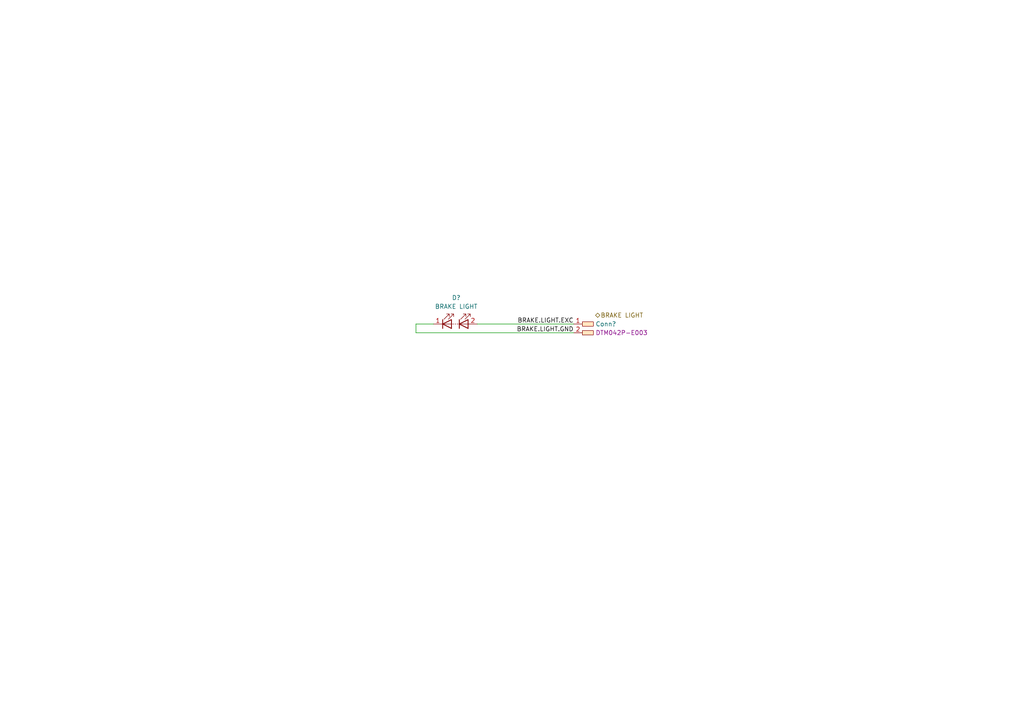
<source format=kicad_sch>
(kicad_sch (version 20230121) (generator eeschema)
  (paper "A4")
  (title_block (title "LOOM - BRAKE LIGHT"))
  (lib_symbols
    (symbol "Connectors_SUFST:Deutsch_DTM_2P_Pin"
      (property "Reference" "Conn" (at 0 -1.905 0))
      (property "P/N" "DTM042P-E003" (at 0 0 0))
      (symbol "Deutsch_DTM_2P_Pin_0_1"
        (polyline (pts (xy -0.635 -4.445) (xy 1.905 -4.445)))
      )
      (symbol "Deutsch_DTM_2P_Pin_1_1"
        (rectangle (start -3.81 -6.35) (end -0.635 -7.62) (fill (type color) (color 255 229 191 1)))
        (rectangle (start -3.81 -3.81) (end -0.635 -5.08) (fill (type color) (color 255 229 191 1)))
        (pin input line (at 1.905 -6.985 180) (length 2.54) (name "") (number "1"))
        (pin input line (at 1.905 -4.445 180) (length 2.54) (name "") (number "2"))
      )
    )
    (symbol "Device:LED_Series" (pin_names (offset 1.016) hide)
      (property "Reference" "D" (at 0 5.715 0))
      (property "Value" "LED_Series" (at 0 3.81 0))
      (symbol "LED_Series_0_1"
        (polyline (pts (xy -3.81 0) (xy -1.016 0)))
        (polyline (pts (xy -3.683 -1.27) (xy -3.683 1.27)) (stroke (width 0.254)))
        (polyline (pts (xy -0.508 0) (xy -0.762 0)))
        (polyline (pts (xy 0.127 0) (xy -0.127 0)))
        (polyline (pts (xy 0.508 0) (xy 0.762 0)))
        (polyline (pts (xy 1.016 0) (xy 3.81 0)))
        (polyline (pts (xy 1.143 -1.27) (xy 1.143 1.27)) (stroke (width 0.254)))
        (polyline (pts (xy -1.143 -1.27) (xy -1.143 1.27) (xy -3.683 0) (xy -1.143 -1.27)) (stroke (width 0.254)))
        (polyline (pts (xy 3.683 -1.27) (xy 3.683 1.27) (xy 1.143 0) (xy 3.683 -1.27)) (stroke (width 0.254)))
        (polyline (pts (xy -3.302 1.397) (xy -1.778 2.921) (xy -2.54 2.921) (xy -1.778 2.921) (xy -1.778 2.159)))
        (polyline (pts (xy -2.032 1.397) (xy -0.508 2.921) (xy -1.27 2.921) (xy -0.508 2.921) (xy -0.508 2.159)))
        (polyline (pts (xy 1.524 1.397) (xy 3.048 2.921) (xy 2.286 2.921) (xy 3.048 2.921) (xy 3.048 2.159)))
        (polyline (pts (xy 2.794 1.397) (xy 4.318 2.921) (xy 3.556 2.921) (xy 4.318 2.921) (xy 4.318 2.159)))
      )
      (symbol "LED_Series_1_1"
        (pin passive line (at -6.35 0 0) (length 2.54) (name "K") (number "1"))
        (pin passive line (at 6.35 0 180) (length 2.54) (name "A") (number "2"))
      )
    )
  )
  (wire (pts (xy 125.73 93.98) (xy 120.65 93.98)))
  (wire (pts (xy 120.65 96.52) (xy 166.37 96.52)))
  (wire (pts (xy 120.65 93.98) (xy 120.65 96.52)))
  (wire (pts (xy 138.43 93.98) (xy 166.37 93.98)))
  (label "BRAKE.LIGHT.GND" (at 166.37 96.52 180))
  (label "BRAKE.LIGHT.EXC" (at 166.37 93.98 180))
  (hierarchical_label "BRAKE LIGHT" (shape bidirectional) (at 172.72 91.44 0))
  (symbol (lib_id "Connectors_SUFST:Deutsch_DTM_2P_Pin") (at 168.275 100.965 180) (unit 1)
    (property "Reference" "Conn?" (at 172.72 93.98 0) (effects (justify right)))
    (property "Value" "Deutsch_DTM_2P_Pin" (effects hide))
    (property "P/N" "DTM042P-E003" (at 172.72 96.52 0) (effects (justify right)))
  )
  (symbol (lib_id "Device:LED_Series") (at 132.08 93.98 0) (unit 1)
    (property "Reference" "D?" (at 132.334 86.36 0))
    (property "Value" "BRAKE LIGHT" (at 132.334 88.9 0))
  )
)
</source>
